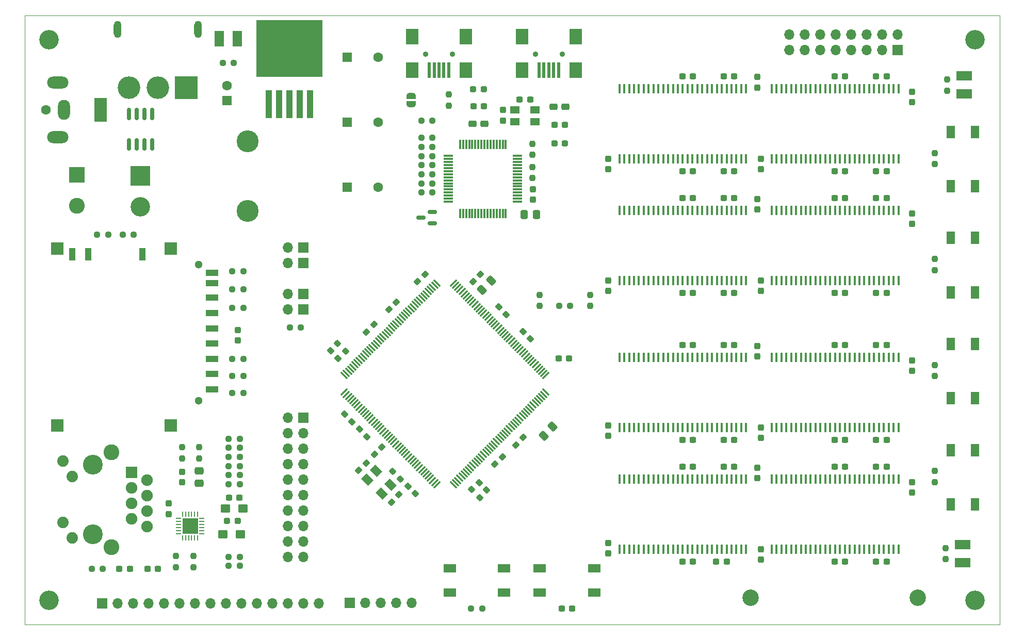
<source format=gbr>
%TF.GenerationSoftware,KiCad,Pcbnew,6.0.11-2627ca5db0~126~ubuntu22.04.1*%
%TF.CreationDate,2023-07-01T17:45:04+02:00*%
%TF.ProjectId,marco-ram-board,6d617263-6f2d-4726-916d-2d626f617264,rev?*%
%TF.SameCoordinates,Original*%
%TF.FileFunction,Soldermask,Top*%
%TF.FilePolarity,Negative*%
%FSLAX46Y46*%
G04 Gerber Fmt 4.6, Leading zero omitted, Abs format (unit mm)*
G04 Created by KiCad (PCBNEW 6.0.11-2627ca5db0~126~ubuntu22.04.1) date 2023-07-01 17:45:04*
%MOMM*%
%LPD*%
G01*
G04 APERTURE LIST*
G04 Aperture macros list*
%AMRoundRect*
0 Rectangle with rounded corners*
0 $1 Rounding radius*
0 $2 $3 $4 $5 $6 $7 $8 $9 X,Y pos of 4 corners*
0 Add a 4 corners polygon primitive as box body*
4,1,4,$2,$3,$4,$5,$6,$7,$8,$9,$2,$3,0*
0 Add four circle primitives for the rounded corners*
1,1,$1+$1,$2,$3*
1,1,$1+$1,$4,$5*
1,1,$1+$1,$6,$7*
1,1,$1+$1,$8,$9*
0 Add four rect primitives between the rounded corners*
20,1,$1+$1,$2,$3,$4,$5,0*
20,1,$1+$1,$4,$5,$6,$7,0*
20,1,$1+$1,$6,$7,$8,$9,0*
20,1,$1+$1,$8,$9,$2,$3,0*%
%AMRotRect*
0 Rectangle, with rotation*
0 The origin of the aperture is its center*
0 $1 length*
0 $2 width*
0 $3 Rotation angle, in degrees counterclockwise*
0 Add horizontal line*
21,1,$1,$2,0,0,$3*%
%AMFreePoly0*
4,1,22,0.500000,-0.750000,0.000000,-0.750000,0.000000,-0.745033,-0.079941,-0.743568,-0.215256,-0.701293,-0.333266,-0.622738,-0.424486,-0.514219,-0.481581,-0.384460,-0.499164,-0.250000,-0.500000,-0.250000,-0.500000,0.250000,-0.499164,0.250000,-0.499963,0.256109,-0.478152,0.396186,-0.417904,0.524511,-0.324060,0.630769,-0.204165,0.706417,-0.067858,0.745374,0.000000,0.744959,0.000000,0.750000,
0.500000,0.750000,0.500000,-0.750000,0.500000,-0.750000,$1*%
%AMFreePoly1*
4,1,20,0.000000,0.744959,0.073905,0.744508,0.209726,0.703889,0.328688,0.626782,0.421226,0.519385,0.479903,0.390333,0.500000,0.250000,0.500000,-0.250000,0.499851,-0.262216,0.476331,-0.402017,0.414519,-0.529596,0.319384,-0.634700,0.198574,-0.708877,0.061801,-0.746166,0.000000,-0.745033,0.000000,-0.750000,-0.500000,-0.750000,-0.500000,0.750000,0.000000,0.750000,0.000000,0.744959,
0.000000,0.744959,$1*%
G04 Aperture macros list end*
%TA.AperFunction,Profile*%
%ADD10C,0.100000*%
%TD*%
%ADD11R,1.600000X1.600000*%
%ADD12C,1.600000*%
%ADD13RoundRect,0.237500X0.300000X0.237500X-0.300000X0.237500X-0.300000X-0.237500X0.300000X-0.237500X0*%
%ADD14RoundRect,0.237500X-0.237500X0.300000X-0.237500X-0.300000X0.237500X-0.300000X0.237500X0.300000X0*%
%ADD15R,1.100000X4.600000*%
%ADD16R,10.800000X9.400000*%
%ADD17RoundRect,0.250000X0.400000X0.275000X-0.400000X0.275000X-0.400000X-0.275000X0.400000X-0.275000X0*%
%ADD18RoundRect,0.237500X0.287500X0.237500X-0.287500X0.237500X-0.287500X-0.237500X0.287500X-0.237500X0*%
%ADD19R,1.700000X1.700000*%
%ADD20O,1.700000X1.700000*%
%ADD21R,2.600000X1.500000*%
%ADD22RoundRect,0.250000X-0.537500X-0.425000X0.537500X-0.425000X0.537500X0.425000X-0.537500X0.425000X0*%
%ADD23RoundRect,0.237500X-0.300000X-0.237500X0.300000X-0.237500X0.300000X0.237500X-0.300000X0.237500X0*%
%ADD24RoundRect,0.237500X-0.044194X-0.380070X0.380070X0.044194X0.044194X0.380070X-0.380070X-0.044194X0*%
%ADD25RoundRect,0.237500X-0.344715X0.008839X0.008839X-0.344715X0.344715X-0.008839X-0.008839X0.344715X0*%
%ADD26R,0.458000X1.510000*%
%ADD27RoundRect,0.237500X-0.237500X0.250000X-0.237500X-0.250000X0.237500X-0.250000X0.237500X0.250000X0*%
%ADD28R,1.600000X1.300000*%
%ADD29R,1.500000X2.600000*%
%ADD30RotRect,1.600000X1.300000X315.000000*%
%ADD31RoundRect,0.237500X0.250000X0.237500X-0.250000X0.237500X-0.250000X-0.237500X0.250000X-0.237500X0*%
%ADD32R,2.000000X4.000000*%
%ADD33O,2.000000X3.300000*%
%ADD34O,3.500000X2.000000*%
%ADD35RoundRect,0.237500X-0.380070X0.044194X0.044194X-0.380070X0.380070X-0.044194X-0.044194X0.380070X0*%
%ADD36RoundRect,0.237500X0.237500X-0.250000X0.237500X0.250000X-0.237500X0.250000X-0.237500X-0.250000X0*%
%ADD37RoundRect,0.250000X-0.097227X0.574524X-0.574524X0.097227X0.097227X-0.574524X0.574524X-0.097227X0*%
%ADD38R,2.100000X1.400000*%
%ADD39C,0.900000*%
%ADD40R,0.500000X2.500000*%
%ADD41R,2.000000X2.500000*%
%ADD42RoundRect,0.237500X0.237500X-0.300000X0.237500X0.300000X-0.237500X0.300000X-0.237500X-0.300000X0*%
%ADD43RoundRect,0.237500X-0.250000X-0.237500X0.250000X-0.237500X0.250000X0.237500X-0.250000X0.237500X0*%
%ADD44RoundRect,0.250000X0.475000X-0.337500X0.475000X0.337500X-0.475000X0.337500X-0.475000X-0.337500X0*%
%ADD45O,1.270000X2.794000*%
%ADD46R,3.708400X3.708400*%
%ADD47C,3.708400*%
%ADD48RoundRect,0.237500X0.044194X0.380070X-0.380070X-0.044194X-0.044194X-0.380070X0.380070X0.044194X0*%
%ADD49RoundRect,0.150000X0.150000X-0.825000X0.150000X0.825000X-0.150000X0.825000X-0.150000X-0.825000X0*%
%ADD50C,3.200000*%
%ADD51RoundRect,0.237500X-0.287500X-0.237500X0.287500X-0.237500X0.287500X0.237500X-0.287500X0.237500X0*%
%ADD52C,2.700000*%
%ADD53R,1.400000X2.100000*%
%ADD54RoundRect,0.150000X0.587500X0.150000X-0.587500X0.150000X-0.587500X-0.150000X0.587500X-0.150000X0*%
%ADD55RoundRect,0.250000X-0.337500X-0.475000X0.337500X-0.475000X0.337500X0.475000X-0.337500X0.475000X0*%
%ADD56C,1.300000*%
%ADD57R,2.000000X1.100000*%
%ADD58R,1.000000X2.000000*%
%ADD59R,2.000000X2.000000*%
%ADD60FreePoly0,90.000000*%
%ADD61FreePoly1,90.000000*%
%ADD62RoundRect,0.250000X0.097227X-0.574524X0.574524X-0.097227X-0.097227X0.574524X-0.574524X0.097227X0*%
%ADD63RoundRect,0.237500X0.344715X-0.008839X-0.008839X0.344715X-0.344715X0.008839X0.008839X-0.344715X0*%
%ADD64RoundRect,0.237500X0.380070X-0.044194X-0.044194X0.380070X-0.380070X0.044194X0.044194X-0.380070X0*%
%ADD65RoundRect,0.075000X-0.075000X0.700000X-0.075000X-0.700000X0.075000X-0.700000X0.075000X0.700000X0*%
%ADD66RoundRect,0.075000X-0.700000X0.075000X-0.700000X-0.075000X0.700000X-0.075000X0.700000X0.075000X0*%
%ADD67RoundRect,0.250000X-0.400000X-0.275000X0.400000X-0.275000X0.400000X0.275000X-0.400000X0.275000X0*%
%ADD68RoundRect,0.075000X-0.424264X-0.530330X0.530330X0.424264X0.424264X0.530330X-0.530330X-0.424264X0*%
%ADD69RoundRect,0.075000X0.424264X-0.530330X0.530330X-0.424264X-0.424264X0.530330X-0.530330X0.424264X0*%
%ADD70R,3.200000X3.200000*%
%ADD71O,3.200000X3.200000*%
%ADD72R,2.600000X2.600000*%
%ADD73C,2.600000*%
%ADD74RoundRect,0.062500X-0.350000X-0.062500X0.350000X-0.062500X0.350000X0.062500X-0.350000X0.062500X0*%
%ADD75RoundRect,0.062500X-0.062500X-0.350000X0.062500X-0.350000X0.062500X0.350000X-0.062500X0.350000X0*%
%ADD76C,3.600000*%
%ADD77C,3.250000*%
%ADD78C,1.890000*%
%ADD79R,1.900000X1.900000*%
%ADD80C,1.900000*%
G04 APERTURE END LIST*
D10*
X230000000Y-140000000D02*
X230000000Y-40000000D01*
X70000000Y-40000000D02*
X230000000Y-40000000D01*
X70000000Y-40000000D02*
X70000000Y-140000000D01*
X70000000Y-140000000D02*
X230000000Y-140000000D01*
D11*
%TO.C,C604*%
X122969349Y-68194000D03*
D12*
X127969349Y-68194000D03*
%TD*%
D13*
%TO.C,C428*%
X211462500Y-94100000D03*
X209737500Y-94100000D03*
%TD*%
D14*
%TO.C,C441*%
X165800000Y-126637500D03*
X165800000Y-128362500D03*
%TD*%
D15*
%TO.C,U601*%
X110034000Y-54602000D03*
X111734000Y-54602000D03*
D16*
X113434000Y-45452000D03*
D15*
X113434000Y-54602000D03*
X115134000Y-54602000D03*
X116834000Y-54602000D03*
%TD*%
D14*
%TO.C,C438*%
X215600000Y-72537500D03*
X215600000Y-74262500D03*
%TD*%
D17*
%TO.C,C206*%
X145475000Y-57800000D03*
X143525000Y-57800000D03*
%TD*%
D18*
%TO.C,FB201*%
X158675000Y-61000000D03*
X156925000Y-61000000D03*
%TD*%
D19*
%TO.C,J206*%
X115720000Y-106040000D03*
D20*
X113180000Y-106040000D03*
X115720000Y-108580000D03*
X113180000Y-108580000D03*
X115720000Y-111120000D03*
X113180000Y-111120000D03*
X115720000Y-113660000D03*
X113180000Y-113660000D03*
X115720000Y-116200000D03*
X113180000Y-116200000D03*
X115720000Y-118740000D03*
X113180000Y-118740000D03*
X115720000Y-121280000D03*
X113180000Y-121280000D03*
X115720000Y-123820000D03*
X113180000Y-123820000D03*
X115720000Y-126360000D03*
X113180000Y-126360000D03*
X115720000Y-128900000D03*
X113180000Y-128900000D03*
%TD*%
D21*
%TO.C,D502*%
X224160000Y-49930000D03*
X224160000Y-52930000D03*
%TD*%
D22*
%TO.C,C506*%
X102525000Y-125200000D03*
X105400000Y-125200000D03*
%TD*%
D13*
%TO.C,C432*%
X211462500Y-50000000D03*
X209737500Y-50000000D03*
%TD*%
D14*
%TO.C,C434*%
X215600000Y-116637500D03*
X215600000Y-118362500D03*
%TD*%
D23*
%TO.C,C421*%
X177937500Y-70000000D03*
X179662500Y-70000000D03*
%TD*%
D24*
%TO.C,C308*%
X126083120Y-91980880D03*
X127302880Y-90761120D03*
%TD*%
D25*
%TO.C,R301*%
X121354765Y-93854765D03*
X122645235Y-95145235D03*
%TD*%
D26*
%TO.C,U406*%
X213400000Y-72050000D03*
X212600000Y-72050000D03*
X211800000Y-72050000D03*
X211000000Y-72050000D03*
X210200000Y-72050000D03*
X209400000Y-72050000D03*
X208600000Y-72050000D03*
X207800000Y-72050000D03*
X207000000Y-72050000D03*
X206200000Y-72050000D03*
X205400000Y-72050000D03*
X204600000Y-72050000D03*
X203800000Y-72050000D03*
X203000000Y-72050000D03*
X202200000Y-72050000D03*
X201400000Y-72050000D03*
X200600000Y-72050000D03*
X199800000Y-72050000D03*
X199000000Y-72050000D03*
X198200000Y-72050000D03*
X197400000Y-72050000D03*
X196600000Y-72050000D03*
X195800000Y-72050000D03*
X195000000Y-72050000D03*
X194200000Y-72050000D03*
X193400000Y-72050000D03*
X192600000Y-72050000D03*
X192600000Y-83550000D03*
X193400000Y-83550000D03*
X194200000Y-83550000D03*
X195000000Y-83550000D03*
X195800000Y-83550000D03*
X196600000Y-83550000D03*
X197400000Y-83550000D03*
X198200000Y-83550000D03*
X199000000Y-83550000D03*
X199800000Y-83550000D03*
X200600000Y-83550000D03*
X201400000Y-83550000D03*
X202200000Y-83550000D03*
X203000000Y-83550000D03*
X203800000Y-83550000D03*
X204600000Y-83550000D03*
X205400000Y-83550000D03*
X206200000Y-83550000D03*
X207000000Y-83550000D03*
X207800000Y-83550000D03*
X208600000Y-83550000D03*
X209400000Y-83550000D03*
X210200000Y-83550000D03*
X211000000Y-83550000D03*
X211800000Y-83550000D03*
X212600000Y-83550000D03*
X213400000Y-83550000D03*
%TD*%
D13*
%TO.C,C509*%
X91862500Y-130900000D03*
X90137500Y-130900000D03*
%TD*%
D14*
%TO.C,C202*%
X148500000Y-55537500D03*
X148500000Y-57262500D03*
%TD*%
D13*
%TO.C,C430*%
X211462500Y-70000000D03*
X209737500Y-70000000D03*
%TD*%
D27*
%TO.C,R201*%
X153335000Y-61093500D03*
X153335000Y-62918500D03*
%TD*%
D28*
%TO.C,Y201*%
X150450000Y-57500000D03*
X153750000Y-57500000D03*
X153750000Y-55500000D03*
X150450000Y-55500000D03*
%TD*%
D13*
%TO.C,C413*%
X179662500Y-85600000D03*
X177937500Y-85600000D03*
%TD*%
D19*
%TO.C,J202*%
X115695000Y-88321000D03*
D20*
X113155000Y-88321000D03*
%TD*%
D13*
%TO.C,C415*%
X179662500Y-65600000D03*
X177937500Y-65600000D03*
%TD*%
D29*
%TO.C,D602*%
X104900000Y-43800000D03*
X101900000Y-43800000D03*
%TD*%
D30*
%TO.C,Y301*%
X126252334Y-116180762D03*
X128585786Y-118514214D03*
X130000000Y-117100000D03*
X127666548Y-114766548D03*
%TD*%
D31*
%TO.C,R205*%
X136912500Y-64600000D03*
X135087500Y-64600000D03*
%TD*%
D12*
%TO.C,J601*%
X73446000Y-55494000D03*
D32*
X82446000Y-55494000D03*
D33*
X76446000Y-55494000D03*
D34*
X75446000Y-59994000D03*
X75446000Y-50994000D03*
%TD*%
D31*
%TO.C,R515*%
X105912500Y-88000000D03*
X104087500Y-88000000D03*
%TD*%
D13*
%TO.C,C429*%
X186462500Y-70000000D03*
X184737500Y-70000000D03*
%TD*%
%TO.C,C416*%
X204662500Y-65600000D03*
X202937500Y-65600000D03*
%TD*%
D35*
%TO.C,C311*%
X147790120Y-87890120D03*
X149009880Y-89109880D03*
%TD*%
D23*
%TO.C,C201*%
X151237500Y-53800000D03*
X152962500Y-53800000D03*
%TD*%
D13*
%TO.C,C414*%
X204662500Y-85600000D03*
X202937500Y-85600000D03*
%TD*%
D23*
%TO.C,C424*%
X202937500Y-50000000D03*
X204662500Y-50000000D03*
%TD*%
D26*
%TO.C,U403*%
X188400000Y-96150000D03*
X187600000Y-96150000D03*
X186800000Y-96150000D03*
X186000000Y-96150000D03*
X185200000Y-96150000D03*
X184400000Y-96150000D03*
X183600000Y-96150000D03*
X182800000Y-96150000D03*
X182000000Y-96150000D03*
X181200000Y-96150000D03*
X180400000Y-96150000D03*
X179600000Y-96150000D03*
X178800000Y-96150000D03*
X178000000Y-96150000D03*
X177200000Y-96150000D03*
X176400000Y-96150000D03*
X175600000Y-96150000D03*
X174800000Y-96150000D03*
X174000000Y-96150000D03*
X173200000Y-96150000D03*
X172400000Y-96150000D03*
X171600000Y-96150000D03*
X170800000Y-96150000D03*
X170000000Y-96150000D03*
X169200000Y-96150000D03*
X168400000Y-96150000D03*
X167600000Y-96150000D03*
X167600000Y-107650000D03*
X168400000Y-107650000D03*
X169200000Y-107650000D03*
X170000000Y-107650000D03*
X170800000Y-107650000D03*
X171600000Y-107650000D03*
X172400000Y-107650000D03*
X173200000Y-107650000D03*
X174000000Y-107650000D03*
X174800000Y-107650000D03*
X175600000Y-107650000D03*
X176400000Y-107650000D03*
X177200000Y-107650000D03*
X178000000Y-107650000D03*
X178800000Y-107650000D03*
X179600000Y-107650000D03*
X180400000Y-107650000D03*
X181200000Y-107650000D03*
X182000000Y-107650000D03*
X182800000Y-107650000D03*
X183600000Y-107650000D03*
X184400000Y-107650000D03*
X185200000Y-107650000D03*
X186000000Y-107650000D03*
X186800000Y-107650000D03*
X187600000Y-107650000D03*
X188400000Y-107650000D03*
%TD*%
D23*
%TO.C,C401*%
X183475000Y-129700000D03*
X185200000Y-129700000D03*
%TD*%
D36*
%TO.C,R524*%
X221160000Y-129292500D03*
X221160000Y-127467500D03*
%TD*%
D23*
%TO.C,C405*%
X184737500Y-85600000D03*
X186462500Y-85600000D03*
%TD*%
D37*
%TO.C,C317*%
X156636623Y-107528377D03*
X155169377Y-108995623D03*
%TD*%
D31*
%TO.C,R508*%
X105312500Y-112500000D03*
X103487500Y-112500000D03*
%TD*%
D21*
%TO.C,D501*%
X223960000Y-129892000D03*
X223960000Y-126892000D03*
%TD*%
D38*
%TO.C,SW302*%
X148650000Y-130800000D03*
X139750000Y-130800000D03*
X148650000Y-134800000D03*
X139750000Y-134800000D03*
%TD*%
D39*
%TO.C,J201*%
X153800000Y-46400000D03*
X158200000Y-46400000D03*
D40*
X157600000Y-49000000D03*
X156800000Y-49000000D03*
X156000000Y-49000000D03*
X155200000Y-49000000D03*
X154400000Y-49000000D03*
D41*
X151600000Y-49000000D03*
X160400000Y-49000000D03*
X151600000Y-43500000D03*
X160400000Y-43500000D03*
%TD*%
D13*
%TO.C,C411*%
X179662500Y-109700000D03*
X177937500Y-109700000D03*
%TD*%
D42*
%TO.C,C503*%
X95800000Y-116662500D03*
X95800000Y-114937500D03*
%TD*%
D43*
%TO.C,R307*%
X157687500Y-87700000D03*
X159512500Y-87700000D03*
%TD*%
D19*
%TO.C,J204*%
X115695000Y-80701000D03*
D20*
X113155000Y-80701000D03*
%TD*%
D39*
%TO.C,J501*%
X140200000Y-46400000D03*
X135800000Y-46400000D03*
D40*
X139600000Y-49000000D03*
X138800000Y-49000000D03*
X138000000Y-49000000D03*
X137200000Y-49000000D03*
X136400000Y-49000000D03*
D41*
X142400000Y-49000000D03*
X142400000Y-43500000D03*
X133600000Y-49000000D03*
X133600000Y-43500000D03*
%TD*%
D13*
%TO.C,C208*%
X145362500Y-54900000D03*
X143637500Y-54900000D03*
%TD*%
D43*
%TO.C,R303*%
X143287500Y-137400000D03*
X145112500Y-137400000D03*
%TD*%
D35*
%TO.C,C302*%
X151780240Y-91880240D03*
X153000000Y-93100000D03*
%TD*%
D43*
%TO.C,R211*%
X113512500Y-91273500D03*
X115337500Y-91273500D03*
%TD*%
D31*
%TO.C,R513*%
X105312500Y-117000000D03*
X103487500Y-117000000D03*
%TD*%
D14*
%TO.C,C440*%
X215600000Y-52537500D03*
X215600000Y-54262500D03*
%TD*%
D44*
%TO.C,C501*%
X98600000Y-116837500D03*
X98600000Y-114762500D03*
%TD*%
D45*
%TO.C,SW601*%
X98446500Y-42328000D03*
X85238500Y-42328000D03*
D46*
X96541500Y-51853000D03*
D47*
X91842500Y-51853000D03*
X87143500Y-51853000D03*
%TD*%
D23*
%TO.C,C423*%
X177937500Y-50000000D03*
X179662500Y-50000000D03*
%TD*%
D14*
%TO.C,C204*%
X153400000Y-68537500D03*
X153400000Y-70262500D03*
%TD*%
D35*
%TO.C,C304*%
X122480240Y-105480240D03*
X123700000Y-106700000D03*
%TD*%
D48*
%TO.C,C312*%
X151809880Y-109303120D03*
X150590120Y-110522880D03*
%TD*%
D19*
%TO.C,J203*%
X115695000Y-85781000D03*
D20*
X113155000Y-85781000D03*
%TD*%
D14*
%TO.C,C446*%
X190800000Y-83537500D03*
X190800000Y-85262500D03*
%TD*%
D49*
%TO.C,Q601*%
X87095000Y-61175000D03*
X88365000Y-61175000D03*
X89635000Y-61175000D03*
X90905000Y-61175000D03*
X90905000Y-56225000D03*
X89635000Y-56225000D03*
X88365000Y-56225000D03*
X87095000Y-56225000D03*
%TD*%
D13*
%TO.C,C426*%
X211462500Y-114100000D03*
X209737500Y-114100000D03*
%TD*%
D31*
%TO.C,R206*%
X136912500Y-67600000D03*
X135087500Y-67600000D03*
%TD*%
%TO.C,R507*%
X105912500Y-82000000D03*
X104087500Y-82000000D03*
%TD*%
D23*
%TO.C,C419*%
X177937500Y-94100000D03*
X179662500Y-94100000D03*
%TD*%
D31*
%TO.C,R506*%
X105912500Y-85000000D03*
X104087500Y-85000000D03*
%TD*%
D24*
%TO.C,C310*%
X143590120Y-83709880D03*
X144809880Y-82490120D03*
%TD*%
D23*
%TO.C,C422*%
X202937500Y-70000000D03*
X204662500Y-70000000D03*
%TD*%
D36*
%TO.C,R520*%
X219360000Y-81827857D03*
X219360000Y-80002857D03*
%TD*%
D31*
%TO.C,R502*%
X105912500Y-99200000D03*
X104087500Y-99200000D03*
%TD*%
D14*
%TO.C,C442*%
X190800000Y-127637500D03*
X190800000Y-129362500D03*
%TD*%
D48*
%TO.C,C306*%
X128609880Y-110890120D03*
X127390120Y-112109880D03*
%TD*%
D50*
%TO.C,H102*%
X226000000Y-44000000D03*
%TD*%
D24*
%TO.C,C301*%
X129790120Y-88309880D03*
X131009880Y-87090120D03*
%TD*%
D51*
%TO.C,FB202*%
X143625000Y-52100000D03*
X145375000Y-52100000D03*
%TD*%
D36*
%TO.C,R523*%
X219360000Y-116627857D03*
X219360000Y-114802857D03*
%TD*%
D52*
%TO.C,H501*%
X189160000Y-135602857D03*
%TD*%
D19*
%TO.C,J205*%
X115695000Y-78161000D03*
D20*
X113155000Y-78161000D03*
%TD*%
D53*
%TO.C,SW503*%
X221960000Y-93952857D03*
X221960000Y-102852857D03*
X225960000Y-93952857D03*
X225960000Y-102852857D03*
%TD*%
D27*
%TO.C,R306*%
X162800000Y-85875000D03*
X162800000Y-87700000D03*
%TD*%
D14*
%TO.C,C445*%
X165800000Y-83537500D03*
X165800000Y-85262500D03*
%TD*%
D54*
%TO.C,Q201*%
X136937500Y-74150000D03*
X136937500Y-72250000D03*
X135062500Y-73200000D03*
%TD*%
D31*
%TO.C,R510*%
X105312500Y-109500000D03*
X103487500Y-109500000D03*
%TD*%
D52*
%TO.C,H502*%
X216560000Y-135602857D03*
%TD*%
D31*
%TO.C,R204*%
X136912500Y-61600000D03*
X135087500Y-61600000D03*
%TD*%
D13*
%TO.C,C427*%
X186462500Y-94100000D03*
X184737500Y-94100000D03*
%TD*%
D55*
%TO.C,C207*%
X151962500Y-72700000D03*
X154037500Y-72700000D03*
%TD*%
D24*
%TO.C,C309*%
X134465120Y-83725880D03*
X135684880Y-82506120D03*
%TD*%
D23*
%TO.C,C408*%
X209737500Y-65600000D03*
X211462500Y-65600000D03*
%TD*%
D13*
%TO.C,C316*%
X159862500Y-137400000D03*
X158137500Y-137400000D03*
%TD*%
D14*
%TO.C,C448*%
X190800000Y-63537500D03*
X190800000Y-65262500D03*
%TD*%
D50*
%TO.C,H101*%
X74000000Y-44000000D03*
%TD*%
D23*
%TO.C,C403*%
X184737500Y-109700000D03*
X186462500Y-109700000D03*
%TD*%
D38*
%TO.C,SW301*%
X163450000Y-130800000D03*
X154550000Y-130800000D03*
X154550000Y-134800000D03*
X163450000Y-134800000D03*
%TD*%
D26*
%TO.C,U402*%
X213400000Y-116150000D03*
X212600000Y-116150000D03*
X211800000Y-116150000D03*
X211000000Y-116150000D03*
X210200000Y-116150000D03*
X209400000Y-116150000D03*
X208600000Y-116150000D03*
X207800000Y-116150000D03*
X207000000Y-116150000D03*
X206200000Y-116150000D03*
X205400000Y-116150000D03*
X204600000Y-116150000D03*
X203800000Y-116150000D03*
X203000000Y-116150000D03*
X202200000Y-116150000D03*
X201400000Y-116150000D03*
X200600000Y-116150000D03*
X199800000Y-116150000D03*
X199000000Y-116150000D03*
X198200000Y-116150000D03*
X197400000Y-116150000D03*
X196600000Y-116150000D03*
X195800000Y-116150000D03*
X195000000Y-116150000D03*
X194200000Y-116150000D03*
X193400000Y-116150000D03*
X192600000Y-116150000D03*
X192600000Y-127650000D03*
X193400000Y-127650000D03*
X194200000Y-127650000D03*
X195000000Y-127650000D03*
X195800000Y-127650000D03*
X196600000Y-127650000D03*
X197400000Y-127650000D03*
X198200000Y-127650000D03*
X199000000Y-127650000D03*
X199800000Y-127650000D03*
X200600000Y-127650000D03*
X201400000Y-127650000D03*
X202200000Y-127650000D03*
X203000000Y-127650000D03*
X203800000Y-127650000D03*
X204600000Y-127650000D03*
X205400000Y-127650000D03*
X206200000Y-127650000D03*
X207000000Y-127650000D03*
X207800000Y-127650000D03*
X208600000Y-127650000D03*
X209400000Y-127650000D03*
X210200000Y-127650000D03*
X211000000Y-127650000D03*
X211800000Y-127650000D03*
X212600000Y-127650000D03*
X213400000Y-127650000D03*
%TD*%
D14*
%TO.C,C437*%
X190200000Y-70137500D03*
X190200000Y-71862500D03*
%TD*%
D56*
%TO.C,J502*%
X98550000Y-80900000D03*
X98550000Y-103300000D03*
D57*
X100750000Y-98875000D03*
X100750000Y-96375000D03*
D58*
X77800000Y-79200000D03*
D57*
X100750000Y-93875000D03*
X100750000Y-91375000D03*
X100750000Y-88875000D03*
X100750000Y-86375000D03*
X100750000Y-83950000D03*
X100750000Y-82250000D03*
X100750000Y-101375000D03*
D58*
X89350000Y-79200000D03*
X80400000Y-79200000D03*
D59*
X94000000Y-78300000D03*
X75350000Y-78300000D03*
X75350000Y-107300000D03*
X94000000Y-107300000D03*
%TD*%
D31*
%TO.C,R512*%
X105312500Y-130400000D03*
X103487500Y-130400000D03*
%TD*%
D36*
%TO.C,R522*%
X219360000Y-99227857D03*
X219360000Y-97402857D03*
%TD*%
D23*
%TO.C,C420*%
X202937500Y-94100000D03*
X204662500Y-94100000D03*
%TD*%
D31*
%TO.C,R207*%
X136912500Y-60100000D03*
X135087500Y-60100000D03*
%TD*%
%TO.C,R509*%
X105312500Y-111000000D03*
X103487500Y-111000000D03*
%TD*%
D18*
%TO.C,FB501*%
X104950000Y-123000000D03*
X103200000Y-123000000D03*
%TD*%
D60*
%TO.C,JP501*%
X133400000Y-54550000D03*
D61*
X133400000Y-53250000D03*
%TD*%
D23*
%TO.C,C407*%
X184737500Y-65600000D03*
X186462500Y-65600000D03*
%TD*%
D62*
%TO.C,C318*%
X145066377Y-85033623D03*
X146533623Y-83566377D03*
%TD*%
D26*
%TO.C,U405*%
X188400000Y-72050000D03*
X187600000Y-72050000D03*
X186800000Y-72050000D03*
X186000000Y-72050000D03*
X185200000Y-72050000D03*
X184400000Y-72050000D03*
X183600000Y-72050000D03*
X182800000Y-72050000D03*
X182000000Y-72050000D03*
X181200000Y-72050000D03*
X180400000Y-72050000D03*
X179600000Y-72050000D03*
X178800000Y-72050000D03*
X178000000Y-72050000D03*
X177200000Y-72050000D03*
X176400000Y-72050000D03*
X175600000Y-72050000D03*
X174800000Y-72050000D03*
X174000000Y-72050000D03*
X173200000Y-72050000D03*
X172400000Y-72050000D03*
X171600000Y-72050000D03*
X170800000Y-72050000D03*
X170000000Y-72050000D03*
X169200000Y-72050000D03*
X168400000Y-72050000D03*
X167600000Y-72050000D03*
X167600000Y-83550000D03*
X168400000Y-83550000D03*
X169200000Y-83550000D03*
X170000000Y-83550000D03*
X170800000Y-83550000D03*
X171600000Y-83550000D03*
X172400000Y-83550000D03*
X173200000Y-83550000D03*
X174000000Y-83550000D03*
X174800000Y-83550000D03*
X175600000Y-83550000D03*
X176400000Y-83550000D03*
X177200000Y-83550000D03*
X178000000Y-83550000D03*
X178800000Y-83550000D03*
X179600000Y-83550000D03*
X180400000Y-83550000D03*
X181200000Y-83550000D03*
X182000000Y-83550000D03*
X182800000Y-83550000D03*
X183600000Y-83550000D03*
X184400000Y-83550000D03*
X185200000Y-83550000D03*
X186000000Y-83550000D03*
X186800000Y-83550000D03*
X187600000Y-83550000D03*
X188400000Y-83550000D03*
%TD*%
D31*
%TO.C,R208*%
X136912500Y-63100000D03*
X135087500Y-63100000D03*
%TD*%
D14*
%TO.C,C436*%
X215600000Y-96637500D03*
X215600000Y-98362500D03*
%TD*%
D23*
%TO.C,C406*%
X209737500Y-85600000D03*
X211462500Y-85600000D03*
%TD*%
%TO.C,C402*%
X209737500Y-129700000D03*
X211462500Y-129700000D03*
%TD*%
D63*
%TO.C,R302*%
X144645235Y-119145235D03*
X143354765Y-117854765D03*
%TD*%
D43*
%TO.C,R527*%
X86087500Y-76000000D03*
X87912500Y-76000000D03*
%TD*%
D27*
%TO.C,R516*%
X97700000Y-128775000D03*
X97700000Y-130600000D03*
%TD*%
D23*
%TO.C,C418*%
X202937500Y-114100000D03*
X204662500Y-114100000D03*
%TD*%
D14*
%TO.C,C447*%
X165800000Y-63537500D03*
X165800000Y-65262500D03*
%TD*%
D64*
%TO.C,C315*%
X134100000Y-118500000D03*
X132880240Y-117280240D03*
%TD*%
D11*
%TO.C,C603*%
X122969349Y-57526000D03*
D12*
X127969349Y-57526000D03*
%TD*%
D19*
%TO.C,J301*%
X123340000Y-136495000D03*
D20*
X125880000Y-136495000D03*
X128420000Y-136495000D03*
X130960000Y-136495000D03*
X133500000Y-136495000D03*
%TD*%
D23*
%TO.C,C417*%
X177937500Y-114100000D03*
X179662500Y-114100000D03*
%TD*%
D13*
%TO.C,C431*%
X186462500Y-50000000D03*
X184737500Y-50000000D03*
%TD*%
%TO.C,C508*%
X87262500Y-130900000D03*
X85537500Y-130900000D03*
%TD*%
D53*
%TO.C,SW501*%
X221960000Y-68052857D03*
X221960000Y-59152857D03*
X225960000Y-59152857D03*
X225960000Y-68052857D03*
%TD*%
%TO.C,SW504*%
X221960000Y-111402857D03*
X221960000Y-120302857D03*
X225960000Y-111402857D03*
X225960000Y-120302857D03*
%TD*%
D36*
%TO.C,R519*%
X98600000Y-112712500D03*
X98600000Y-110887500D03*
%TD*%
D14*
%TO.C,C502*%
X105000000Y-91637500D03*
X105000000Y-93362500D03*
%TD*%
%TO.C,C435*%
X190200000Y-94300000D03*
X190200000Y-96025000D03*
%TD*%
D22*
%TO.C,C504*%
X102962500Y-121000000D03*
X105837500Y-121000000D03*
%TD*%
D14*
%TO.C,C439*%
X190200000Y-50137500D03*
X190200000Y-51862500D03*
%TD*%
D65*
%TO.C,U201*%
X148957000Y-61157000D03*
X148457000Y-61157000D03*
X147957000Y-61157000D03*
X147457000Y-61157000D03*
X146957000Y-61157000D03*
X146457000Y-61157000D03*
X145957000Y-61157000D03*
X145457000Y-61157000D03*
X144957000Y-61157000D03*
X144457000Y-61157000D03*
X143957000Y-61157000D03*
X143457000Y-61157000D03*
X142957000Y-61157000D03*
X142457000Y-61157000D03*
X141957000Y-61157000D03*
X141457000Y-61157000D03*
D66*
X139532000Y-63082000D03*
X139532000Y-63582000D03*
X139532000Y-64082000D03*
X139532000Y-64582000D03*
X139532000Y-65082000D03*
X139532000Y-65582000D03*
X139532000Y-66082000D03*
X139532000Y-66582000D03*
X139532000Y-67082000D03*
X139532000Y-67582000D03*
X139532000Y-68082000D03*
X139532000Y-68582000D03*
X139532000Y-69082000D03*
X139532000Y-69582000D03*
X139532000Y-70082000D03*
X139532000Y-70582000D03*
D65*
X141457000Y-72507000D03*
X141957000Y-72507000D03*
X142457000Y-72507000D03*
X142957000Y-72507000D03*
X143457000Y-72507000D03*
X143957000Y-72507000D03*
X144457000Y-72507000D03*
X144957000Y-72507000D03*
X145457000Y-72507000D03*
X145957000Y-72507000D03*
X146457000Y-72507000D03*
X146957000Y-72507000D03*
X147457000Y-72507000D03*
X147957000Y-72507000D03*
X148457000Y-72507000D03*
X148957000Y-72507000D03*
D66*
X150882000Y-70582000D03*
X150882000Y-70082000D03*
X150882000Y-69582000D03*
X150882000Y-69082000D03*
X150882000Y-68582000D03*
X150882000Y-68082000D03*
X150882000Y-67582000D03*
X150882000Y-67082000D03*
X150882000Y-66582000D03*
X150882000Y-66082000D03*
X150882000Y-65582000D03*
X150882000Y-65082000D03*
X150882000Y-64582000D03*
X150882000Y-64082000D03*
X150882000Y-63582000D03*
X150882000Y-63082000D03*
%TD*%
D48*
%TO.C,C313*%
X148384880Y-112478120D03*
X147165120Y-113697880D03*
%TD*%
D67*
%TO.C,C203*%
X156825000Y-55000000D03*
X158775000Y-55000000D03*
%TD*%
D68*
%TO.C,U301*%
X122436024Y-101861181D03*
X122789577Y-102214734D03*
X123143130Y-102568287D03*
X123496684Y-102921841D03*
X123850237Y-103275394D03*
X124203791Y-103628948D03*
X124557344Y-103982501D03*
X124910897Y-104336054D03*
X125264451Y-104689608D03*
X125618004Y-105043161D03*
X125971558Y-105396714D03*
X126325111Y-105750268D03*
X126678664Y-106103821D03*
X127032218Y-106457375D03*
X127385771Y-106810928D03*
X127739325Y-107164481D03*
X128092878Y-107518035D03*
X128446431Y-107871588D03*
X128799985Y-108225142D03*
X129153538Y-108578695D03*
X129507091Y-108932248D03*
X129860645Y-109285802D03*
X130214198Y-109639355D03*
X130567752Y-109992909D03*
X130921305Y-110346462D03*
X131274858Y-110700015D03*
X131628412Y-111053569D03*
X131981965Y-111407122D03*
X132335519Y-111760675D03*
X132689072Y-112114229D03*
X133042625Y-112467782D03*
X133396179Y-112821336D03*
X133749732Y-113174889D03*
X134103286Y-113528442D03*
X134456839Y-113881996D03*
X134810392Y-114235549D03*
X135163946Y-114589103D03*
X135517499Y-114942656D03*
X135871052Y-115296209D03*
X136224606Y-115649763D03*
X136578159Y-116003316D03*
X136931713Y-116356870D03*
X137285266Y-116710423D03*
X137638819Y-117063976D03*
D69*
X140361181Y-117063976D03*
X140714734Y-116710423D03*
X141068287Y-116356870D03*
X141421841Y-116003316D03*
X141775394Y-115649763D03*
X142128948Y-115296209D03*
X142482501Y-114942656D03*
X142836054Y-114589103D03*
X143189608Y-114235549D03*
X143543161Y-113881996D03*
X143896714Y-113528442D03*
X144250268Y-113174889D03*
X144603821Y-112821336D03*
X144957375Y-112467782D03*
X145310928Y-112114229D03*
X145664481Y-111760675D03*
X146018035Y-111407122D03*
X146371588Y-111053569D03*
X146725142Y-110700015D03*
X147078695Y-110346462D03*
X147432248Y-109992909D03*
X147785802Y-109639355D03*
X148139355Y-109285802D03*
X148492909Y-108932248D03*
X148846462Y-108578695D03*
X149200015Y-108225142D03*
X149553569Y-107871588D03*
X149907122Y-107518035D03*
X150260675Y-107164481D03*
X150614229Y-106810928D03*
X150967782Y-106457375D03*
X151321336Y-106103821D03*
X151674889Y-105750268D03*
X152028442Y-105396714D03*
X152381996Y-105043161D03*
X152735549Y-104689608D03*
X153089103Y-104336054D03*
X153442656Y-103982501D03*
X153796209Y-103628948D03*
X154149763Y-103275394D03*
X154503316Y-102921841D03*
X154856870Y-102568287D03*
X155210423Y-102214734D03*
X155563976Y-101861181D03*
D68*
X155563976Y-99138819D03*
X155210423Y-98785266D03*
X154856870Y-98431713D03*
X154503316Y-98078159D03*
X154149763Y-97724606D03*
X153796209Y-97371052D03*
X153442656Y-97017499D03*
X153089103Y-96663946D03*
X152735549Y-96310392D03*
X152381996Y-95956839D03*
X152028442Y-95603286D03*
X151674889Y-95249732D03*
X151321336Y-94896179D03*
X150967782Y-94542625D03*
X150614229Y-94189072D03*
X150260675Y-93835519D03*
X149907122Y-93481965D03*
X149553569Y-93128412D03*
X149200015Y-92774858D03*
X148846462Y-92421305D03*
X148492909Y-92067752D03*
X148139355Y-91714198D03*
X147785802Y-91360645D03*
X147432248Y-91007091D03*
X147078695Y-90653538D03*
X146725142Y-90299985D03*
X146371588Y-89946431D03*
X146018035Y-89592878D03*
X145664481Y-89239325D03*
X145310928Y-88885771D03*
X144957375Y-88532218D03*
X144603821Y-88178664D03*
X144250268Y-87825111D03*
X143896714Y-87471558D03*
X143543161Y-87118004D03*
X143189608Y-86764451D03*
X142836054Y-86410897D03*
X142482501Y-86057344D03*
X142128948Y-85703791D03*
X141775394Y-85350237D03*
X141421841Y-84996684D03*
X141068287Y-84643130D03*
X140714734Y-84289577D03*
X140361181Y-83936024D03*
D69*
X137638819Y-83936024D03*
X137285266Y-84289577D03*
X136931713Y-84643130D03*
X136578159Y-84996684D03*
X136224606Y-85350237D03*
X135871052Y-85703791D03*
X135517499Y-86057344D03*
X135163946Y-86410897D03*
X134810392Y-86764451D03*
X134456839Y-87118004D03*
X134103286Y-87471558D03*
X133749732Y-87825111D03*
X133396179Y-88178664D03*
X133042625Y-88532218D03*
X132689072Y-88885771D03*
X132335519Y-89239325D03*
X131981965Y-89592878D03*
X131628412Y-89946431D03*
X131274858Y-90299985D03*
X130921305Y-90653538D03*
X130567752Y-91007091D03*
X130214198Y-91360645D03*
X129860645Y-91714198D03*
X129507091Y-92067752D03*
X129153538Y-92421305D03*
X128799985Y-92774858D03*
X128446431Y-93128412D03*
X128092878Y-93481965D03*
X127739325Y-93835519D03*
X127385771Y-94189072D03*
X127032218Y-94542625D03*
X126678664Y-94896179D03*
X126325111Y-95249732D03*
X125971558Y-95603286D03*
X125618004Y-95956839D03*
X125264451Y-96310392D03*
X124910897Y-96663946D03*
X124557344Y-97017499D03*
X124203791Y-97371052D03*
X123850237Y-97724606D03*
X123496684Y-98078159D03*
X123143130Y-98431713D03*
X122789577Y-98785266D03*
X122436024Y-99138819D03*
%TD*%
D31*
%TO.C,R210*%
X136912500Y-69100000D03*
X135087500Y-69100000D03*
%TD*%
%TO.C,R511*%
X105312500Y-128900000D03*
X103487500Y-128900000D03*
%TD*%
D42*
%TO.C,C507*%
X93600000Y-121862500D03*
X93600000Y-120137500D03*
%TD*%
D36*
%TO.C,R517*%
X219360000Y-64427857D03*
X219360000Y-62602857D03*
%TD*%
D64*
%TO.C,C314*%
X126141380Y-109169880D03*
X124921620Y-107950120D03*
%TD*%
D43*
%TO.C,R202*%
X135087500Y-57300000D03*
X136912500Y-57300000D03*
%TD*%
D27*
%TO.C,R525*%
X221384000Y-50517500D03*
X221384000Y-52342500D03*
%TD*%
D36*
%TO.C,R305*%
X154500000Y-87725000D03*
X154500000Y-85900000D03*
%TD*%
D27*
%TO.C,R518*%
X95800000Y-110887500D03*
X95800000Y-112712500D03*
%TD*%
D23*
%TO.C,C303*%
X157637500Y-96300000D03*
X159362500Y-96300000D03*
%TD*%
D14*
%TO.C,C444*%
X190800000Y-107637500D03*
X190800000Y-109362500D03*
%TD*%
D23*
%TO.C,C404*%
X209737500Y-109700000D03*
X211462500Y-109700000D03*
%TD*%
D35*
%TO.C,C307*%
X144600000Y-116700000D03*
X145819760Y-117919760D03*
%TD*%
D11*
%TO.C,C602*%
X122969349Y-46858000D03*
D12*
X127969349Y-46858000D03*
%TD*%
D36*
%TO.C,R505*%
X94800000Y-130600000D03*
X94800000Y-128775000D03*
%TD*%
D13*
%TO.C,C410*%
X204662500Y-129700000D03*
X202937500Y-129700000D03*
%TD*%
%TO.C,C412*%
X204662500Y-109700000D03*
X202937500Y-109700000D03*
%TD*%
D31*
%TO.C,R601*%
X104312500Y-47800000D03*
X102487500Y-47800000D03*
%TD*%
D48*
%TO.C,C320*%
X131400000Y-118700000D03*
X130180240Y-119919760D03*
%TD*%
D70*
%TO.C,D601*%
X89000000Y-66360000D03*
D71*
X89000000Y-71440000D03*
%TD*%
D19*
%TO.C,J302*%
X82700000Y-136520000D03*
D20*
X85240000Y-136520000D03*
X87780000Y-136520000D03*
X90320000Y-136520000D03*
X92860000Y-136520000D03*
X95400000Y-136520000D03*
X97940000Y-136520000D03*
X100480000Y-136520000D03*
X103020000Y-136520000D03*
X105560000Y-136520000D03*
X108100000Y-136520000D03*
X110640000Y-136520000D03*
X113180000Y-136520000D03*
X115720000Y-136520000D03*
X118260000Y-136520000D03*
%TD*%
D19*
%TO.C,J503*%
X213235000Y-45692857D03*
D20*
X213235000Y-43152857D03*
X210695000Y-45692857D03*
X210695000Y-43152857D03*
X208155000Y-45692857D03*
X208155000Y-43152857D03*
X205615000Y-45692857D03*
X205615000Y-43152857D03*
X203075000Y-45692857D03*
X203075000Y-43152857D03*
X200535000Y-45692857D03*
X200535000Y-43152857D03*
X197995000Y-45692857D03*
X197995000Y-43152857D03*
X195455000Y-45692857D03*
X195455000Y-43152857D03*
%TD*%
D31*
%TO.C,R503*%
X105912500Y-96388000D03*
X104087500Y-96388000D03*
%TD*%
%TO.C,R528*%
X83712500Y-76000000D03*
X81887500Y-76000000D03*
%TD*%
D14*
%TO.C,C443*%
X165800000Y-107337500D03*
X165800000Y-109062500D03*
%TD*%
D72*
%TO.C,J602*%
X78585000Y-66157000D03*
D73*
X78585000Y-71237000D03*
%TD*%
D74*
%TO.C,U501*%
X95212500Y-122600000D03*
X95212500Y-123100000D03*
X95212500Y-123600000D03*
X95212500Y-124100000D03*
X95212500Y-124600000D03*
X95212500Y-125100000D03*
D75*
X95900000Y-125787500D03*
X96400000Y-125787500D03*
X96900000Y-125787500D03*
X97400000Y-125787500D03*
X97900000Y-125787500D03*
X98400000Y-125787500D03*
D74*
X99087500Y-125100000D03*
X99087500Y-124600000D03*
X99087500Y-124100000D03*
X99087500Y-123600000D03*
X99087500Y-123100000D03*
X99087500Y-122600000D03*
D75*
X98400000Y-121912500D03*
X97900000Y-121912500D03*
X97400000Y-121912500D03*
X96900000Y-121912500D03*
X96400000Y-121912500D03*
X95900000Y-121912500D03*
D72*
X97150000Y-123850000D03*
%TD*%
D24*
%TO.C,C319*%
X124800000Y-114700000D03*
X126019760Y-113480240D03*
%TD*%
D31*
%TO.C,R504*%
X105312500Y-114000000D03*
X103487500Y-114000000D03*
%TD*%
D36*
%TO.C,R203*%
X153335000Y-66728500D03*
X153335000Y-64903500D03*
%TD*%
D26*
%TO.C,U404*%
X213400000Y-96150000D03*
X212600000Y-96150000D03*
X211800000Y-96150000D03*
X211000000Y-96150000D03*
X210200000Y-96150000D03*
X209400000Y-96150000D03*
X208600000Y-96150000D03*
X207800000Y-96150000D03*
X207000000Y-96150000D03*
X206200000Y-96150000D03*
X205400000Y-96150000D03*
X204600000Y-96150000D03*
X203800000Y-96150000D03*
X203000000Y-96150000D03*
X202200000Y-96150000D03*
X201400000Y-96150000D03*
X200600000Y-96150000D03*
X199800000Y-96150000D03*
X199000000Y-96150000D03*
X198200000Y-96150000D03*
X197400000Y-96150000D03*
X196600000Y-96150000D03*
X195800000Y-96150000D03*
X195000000Y-96150000D03*
X194200000Y-96150000D03*
X193400000Y-96150000D03*
X192600000Y-96150000D03*
X192600000Y-107650000D03*
X193400000Y-107650000D03*
X194200000Y-107650000D03*
X195000000Y-107650000D03*
X195800000Y-107650000D03*
X196600000Y-107650000D03*
X197400000Y-107650000D03*
X198200000Y-107650000D03*
X199000000Y-107650000D03*
X199800000Y-107650000D03*
X200600000Y-107650000D03*
X201400000Y-107650000D03*
X202200000Y-107650000D03*
X203000000Y-107650000D03*
X203800000Y-107650000D03*
X204600000Y-107650000D03*
X205400000Y-107650000D03*
X206200000Y-107650000D03*
X207000000Y-107650000D03*
X207800000Y-107650000D03*
X208600000Y-107650000D03*
X209400000Y-107650000D03*
X210200000Y-107650000D03*
X211000000Y-107650000D03*
X211800000Y-107650000D03*
X212600000Y-107650000D03*
X213400000Y-107650000D03*
%TD*%
D43*
%TO.C,R521*%
X80987500Y-130900000D03*
X82812500Y-130900000D03*
%TD*%
D76*
%TO.C,L601*%
X106576000Y-60701000D03*
X106576000Y-72141000D03*
%TD*%
D31*
%TO.C,R514*%
X105312500Y-115500000D03*
X103487500Y-115500000D03*
%TD*%
D23*
%TO.C,C205*%
X156937500Y-58000000D03*
X158662500Y-58000000D03*
%TD*%
D50*
%TO.C,H103*%
X226000000Y-136000000D03*
%TD*%
D77*
%TO.C,J504*%
X81206000Y-125217000D03*
X81206000Y-113787000D03*
D73*
X84256000Y-111727000D03*
X84256000Y-127277000D03*
D78*
X77826000Y-125827000D03*
X76306000Y-123287000D03*
X77826000Y-115717000D03*
X76306000Y-113177000D03*
D79*
X87546000Y-115057000D03*
D80*
X90086000Y-116327000D03*
X87546000Y-117597000D03*
X90086000Y-118867000D03*
X87546000Y-120137000D03*
X90086000Y-121407000D03*
X87546000Y-122677000D03*
X90086000Y-123947000D03*
%TD*%
D26*
%TO.C,U408*%
X213400000Y-52050000D03*
X212600000Y-52050000D03*
X211800000Y-52050000D03*
X211000000Y-52050000D03*
X210200000Y-52050000D03*
X209400000Y-52050000D03*
X208600000Y-52050000D03*
X207800000Y-52050000D03*
X207000000Y-52050000D03*
X206200000Y-52050000D03*
X205400000Y-52050000D03*
X204600000Y-52050000D03*
X203800000Y-52050000D03*
X203000000Y-52050000D03*
X202200000Y-52050000D03*
X201400000Y-52050000D03*
X200600000Y-52050000D03*
X199800000Y-52050000D03*
X199000000Y-52050000D03*
X198200000Y-52050000D03*
X197400000Y-52050000D03*
X196600000Y-52050000D03*
X195800000Y-52050000D03*
X195000000Y-52050000D03*
X194200000Y-52050000D03*
X193400000Y-52050000D03*
X192600000Y-52050000D03*
X192600000Y-63550000D03*
X193400000Y-63550000D03*
X194200000Y-63550000D03*
X195000000Y-63550000D03*
X195800000Y-63550000D03*
X196600000Y-63550000D03*
X197400000Y-63550000D03*
X198200000Y-63550000D03*
X199000000Y-63550000D03*
X199800000Y-63550000D03*
X200600000Y-63550000D03*
X201400000Y-63550000D03*
X202200000Y-63550000D03*
X203000000Y-63550000D03*
X203800000Y-63550000D03*
X204600000Y-63550000D03*
X205400000Y-63550000D03*
X206200000Y-63550000D03*
X207000000Y-63550000D03*
X207800000Y-63550000D03*
X208600000Y-63550000D03*
X209400000Y-63550000D03*
X210200000Y-63550000D03*
X211000000Y-63550000D03*
X211800000Y-63550000D03*
X212600000Y-63550000D03*
X213400000Y-63550000D03*
%TD*%
D64*
%TO.C,C305*%
X121409880Y-96309880D03*
X120190120Y-95090120D03*
%TD*%
D53*
%TO.C,SW502*%
X221960000Y-76552857D03*
X221960000Y-85452857D03*
X225960000Y-85452857D03*
X225960000Y-76552857D03*
%TD*%
D26*
%TO.C,U401*%
X188400000Y-116150000D03*
X187600000Y-116150000D03*
X186800000Y-116150000D03*
X186000000Y-116150000D03*
X185200000Y-116150000D03*
X184400000Y-116150000D03*
X183600000Y-116150000D03*
X182800000Y-116150000D03*
X182000000Y-116150000D03*
X181200000Y-116150000D03*
X180400000Y-116150000D03*
X179600000Y-116150000D03*
X178800000Y-116150000D03*
X178000000Y-116150000D03*
X177200000Y-116150000D03*
X176400000Y-116150000D03*
X175600000Y-116150000D03*
X174800000Y-116150000D03*
X174000000Y-116150000D03*
X173200000Y-116150000D03*
X172400000Y-116150000D03*
X171600000Y-116150000D03*
X170800000Y-116150000D03*
X170000000Y-116150000D03*
X169200000Y-116150000D03*
X168400000Y-116150000D03*
X167600000Y-116150000D03*
X167600000Y-127650000D03*
X168400000Y-127650000D03*
X169200000Y-127650000D03*
X170000000Y-127650000D03*
X170800000Y-127650000D03*
X171600000Y-127650000D03*
X172400000Y-127650000D03*
X173200000Y-127650000D03*
X174000000Y-127650000D03*
X174800000Y-127650000D03*
X175600000Y-127650000D03*
X176400000Y-127650000D03*
X177200000Y-127650000D03*
X178000000Y-127650000D03*
X178800000Y-127650000D03*
X179600000Y-127650000D03*
X180400000Y-127650000D03*
X181200000Y-127650000D03*
X182000000Y-127650000D03*
X182800000Y-127650000D03*
X183600000Y-127650000D03*
X184400000Y-127650000D03*
X185200000Y-127650000D03*
X186000000Y-127650000D03*
X186800000Y-127650000D03*
X187600000Y-127650000D03*
X188400000Y-127650000D03*
%TD*%
D11*
%TO.C,C601*%
X103200000Y-54000000D03*
D12*
X103200000Y-51500000D03*
%TD*%
D31*
%TO.C,R501*%
X105912500Y-102000000D03*
X104087500Y-102000000D03*
%TD*%
D13*
%TO.C,C409*%
X179662500Y-129700000D03*
X177937500Y-129700000D03*
%TD*%
D25*
%TO.C,R304*%
X130354765Y-114854765D03*
X131645235Y-116145235D03*
%TD*%
D14*
%TO.C,C433*%
X190200000Y-114237500D03*
X190200000Y-115962500D03*
%TD*%
D31*
%TO.C,R209*%
X136912500Y-66100000D03*
X135087500Y-66100000D03*
%TD*%
D26*
%TO.C,U407*%
X188400000Y-52050000D03*
X187600000Y-52050000D03*
X186800000Y-52050000D03*
X186000000Y-52050000D03*
X185200000Y-52050000D03*
X184400000Y-52050000D03*
X183600000Y-52050000D03*
X182800000Y-52050000D03*
X182000000Y-52050000D03*
X181200000Y-52050000D03*
X180400000Y-52050000D03*
X179600000Y-52050000D03*
X178800000Y-52050000D03*
X178000000Y-52050000D03*
X177200000Y-52050000D03*
X176400000Y-52050000D03*
X175600000Y-52050000D03*
X174800000Y-52050000D03*
X174000000Y-52050000D03*
X173200000Y-52050000D03*
X172400000Y-52050000D03*
X171600000Y-52050000D03*
X170800000Y-52050000D03*
X170000000Y-52050000D03*
X169200000Y-52050000D03*
X168400000Y-52050000D03*
X167600000Y-52050000D03*
X167600000Y-63550000D03*
X168400000Y-63550000D03*
X169200000Y-63550000D03*
X170000000Y-63550000D03*
X170800000Y-63550000D03*
X171600000Y-63550000D03*
X172400000Y-63550000D03*
X173200000Y-63550000D03*
X174000000Y-63550000D03*
X174800000Y-63550000D03*
X175600000Y-63550000D03*
X176400000Y-63550000D03*
X177200000Y-63550000D03*
X178000000Y-63550000D03*
X178800000Y-63550000D03*
X179600000Y-63550000D03*
X180400000Y-63550000D03*
X181200000Y-63550000D03*
X182000000Y-63550000D03*
X182800000Y-63550000D03*
X183600000Y-63550000D03*
X184400000Y-63550000D03*
X185200000Y-63550000D03*
X186000000Y-63550000D03*
X186800000Y-63550000D03*
X187600000Y-63550000D03*
X188400000Y-63550000D03*
%TD*%
D13*
%TO.C,C425*%
X186462500Y-114100000D03*
X184737500Y-114100000D03*
%TD*%
D23*
%TO.C,C505*%
X103537500Y-119200000D03*
X105262500Y-119200000D03*
%TD*%
D36*
%TO.C,R526*%
X139600000Y-54800000D03*
X139600000Y-52975000D03*
%TD*%
D50*
%TO.C,H104*%
X74000000Y-136000000D03*
%TD*%
M02*

</source>
